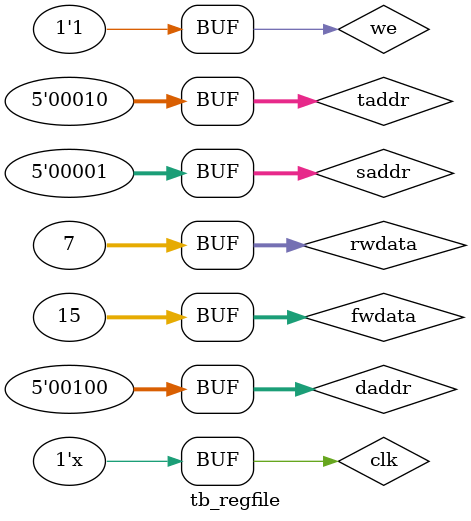
<source format=v>
`timescale 1 ns / 100 ps
module tb_regfile();
	reg clk;
	reg [4:0] saddr,taddr,daddr;
	reg [31:0] rwdata;
	wire [31:0] rrdata1,rrdata2;
	reg [31:0] fwdata;
	wire [31:0] frdata1,frdata2;
	reg we;

	gp_regfile gpr(clk,saddr,taddr,daddr,rrdata1,rrdata2,rwdata,we);

	fp_regfile fpr(clk,saddr,taddr,daddr,frdata1,frdata2,fwdata,we);

	initial begin
		clk <= 0;
		we <= 0;
		saddr <= 0;
		taddr <= 1;
		daddr <= 0;
		rwdata <= 7;
		fwdata <= 15;
	end

	always begin
		#10 clk <= ~clk;
	end

	always begin
		#20 daddr <= 1;
				we <= 1;
		#20 daddr <= 2;
				we <= 0;
		#20 daddr <= 3;
				we <= 1;
		#20 daddr <= 4;
				saddr <= 1;
				taddr <= 2;
	end


endmodule

</source>
